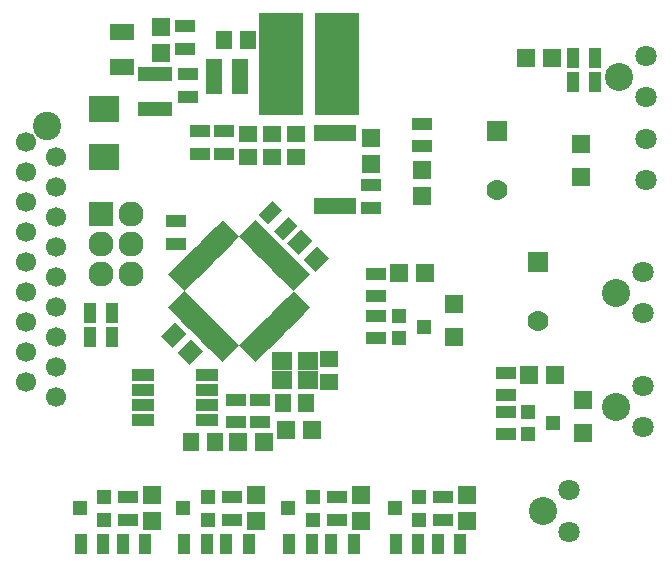
<source format=gbr>
G04 #@! TF.FileFunction,Soldermask,Top*
%FSLAX46Y46*%
G04 Gerber Fmt 4.6, Leading zero omitted, Abs format (unit mm)*
G04 Created by KiCad (PCBNEW 4.0.7-e2-6376~58~ubuntu14.04.1) date Tue Feb 20 00:05:23 2018*
%MOMM*%
%LPD*%
G01*
G04 APERTURE LIST*
%ADD10C,0.100000*%
%ADD11R,1.771600X1.771600*%
%ADD12C,1.771600*%
%ADD13R,1.400000X1.650000*%
%ADD14R,2.000000X1.400000*%
%ADD15R,1.650000X1.400000*%
%ADD16R,1.600000X1.600000*%
%ADD17R,2.559000X2.178000*%
%ADD18R,2.900000X1.300000*%
%ADD19C,1.797000*%
%ADD20C,2.381000*%
%ADD21R,2.127200X2.127200*%
%ADD22O,2.127200X2.127200*%
%ADD23R,3.700000X8.600000*%
%ADD24R,1.100000X1.700000*%
%ADD25R,1.700000X1.100000*%
%ADD26R,3.600000X1.400000*%
%ADD27R,1.950000X1.000000*%
%ADD28R,1.460000X1.050000*%
%ADD29R,1.800000X1.600000*%
%ADD30R,1.300000X1.200000*%
%ADD31C,1.700000*%
%ADD32C,2.400000*%
G04 APERTURE END LIST*
D10*
G36*
X79987666Y-80681288D02*
X79315914Y-80009536D01*
X80730128Y-78595322D01*
X81401880Y-79267074D01*
X79987666Y-80681288D01*
X79987666Y-80681288D01*
G37*
G36*
X80553352Y-81246973D02*
X79881600Y-80575221D01*
X81295814Y-79161007D01*
X81967566Y-79832759D01*
X80553352Y-81246973D01*
X80553352Y-81246973D01*
G37*
G36*
X81119037Y-81812659D02*
X80447285Y-81140907D01*
X81861499Y-79726693D01*
X82533251Y-80398445D01*
X81119037Y-81812659D01*
X81119037Y-81812659D01*
G37*
G36*
X81684722Y-82378344D02*
X81012970Y-81706592D01*
X82427184Y-80292378D01*
X83098936Y-80964130D01*
X81684722Y-82378344D01*
X81684722Y-82378344D01*
G37*
G36*
X82250408Y-82944030D02*
X81578656Y-82272278D01*
X82992870Y-80858064D01*
X83664622Y-81529816D01*
X82250408Y-82944030D01*
X82250408Y-82944030D01*
G37*
G36*
X82816093Y-83509715D02*
X82144341Y-82837963D01*
X83558555Y-81423749D01*
X84230307Y-82095501D01*
X82816093Y-83509715D01*
X82816093Y-83509715D01*
G37*
G36*
X83381779Y-84075400D02*
X82710027Y-83403648D01*
X84124241Y-81989434D01*
X84795993Y-82661186D01*
X83381779Y-84075400D01*
X83381779Y-84075400D01*
G37*
G36*
X83947464Y-84641086D02*
X83275712Y-83969334D01*
X84689926Y-82555120D01*
X85361678Y-83226872D01*
X83947464Y-84641086D01*
X83947464Y-84641086D01*
G37*
G36*
X87412288Y-83969334D02*
X86740536Y-84641086D01*
X85326322Y-83226872D01*
X85998074Y-82555120D01*
X87412288Y-83969334D01*
X87412288Y-83969334D01*
G37*
G36*
X87977973Y-83403648D02*
X87306221Y-84075400D01*
X85892007Y-82661186D01*
X86563759Y-81989434D01*
X87977973Y-83403648D01*
X87977973Y-83403648D01*
G37*
G36*
X88543659Y-82837963D02*
X87871907Y-83509715D01*
X86457693Y-82095501D01*
X87129445Y-81423749D01*
X88543659Y-82837963D01*
X88543659Y-82837963D01*
G37*
G36*
X89109344Y-82272278D02*
X88437592Y-82944030D01*
X87023378Y-81529816D01*
X87695130Y-80858064D01*
X89109344Y-82272278D01*
X89109344Y-82272278D01*
G37*
G36*
X89675030Y-81706592D02*
X89003278Y-82378344D01*
X87589064Y-80964130D01*
X88260816Y-80292378D01*
X89675030Y-81706592D01*
X89675030Y-81706592D01*
G37*
G36*
X90240715Y-81140907D02*
X89568963Y-81812659D01*
X88154749Y-80398445D01*
X88826501Y-79726693D01*
X90240715Y-81140907D01*
X90240715Y-81140907D01*
G37*
G36*
X90806400Y-80575221D02*
X90134648Y-81246973D01*
X88720434Y-79832759D01*
X89392186Y-79161007D01*
X90806400Y-80575221D01*
X90806400Y-80575221D01*
G37*
G36*
X91372086Y-80009536D02*
X90700334Y-80681288D01*
X89286120Y-79267074D01*
X89957872Y-78595322D01*
X91372086Y-80009536D01*
X91372086Y-80009536D01*
G37*
G36*
X89957872Y-78630678D02*
X89286120Y-77958926D01*
X90700334Y-76544712D01*
X91372086Y-77216464D01*
X89957872Y-78630678D01*
X89957872Y-78630678D01*
G37*
G36*
X89392186Y-78064993D02*
X88720434Y-77393241D01*
X90134648Y-75979027D01*
X90806400Y-76650779D01*
X89392186Y-78064993D01*
X89392186Y-78064993D01*
G37*
G36*
X88826501Y-77499307D02*
X88154749Y-76827555D01*
X89568963Y-75413341D01*
X90240715Y-76085093D01*
X88826501Y-77499307D01*
X88826501Y-77499307D01*
G37*
G36*
X88260816Y-76933622D02*
X87589064Y-76261870D01*
X89003278Y-74847656D01*
X89675030Y-75519408D01*
X88260816Y-76933622D01*
X88260816Y-76933622D01*
G37*
G36*
X87695130Y-76367936D02*
X87023378Y-75696184D01*
X88437592Y-74281970D01*
X89109344Y-74953722D01*
X87695130Y-76367936D01*
X87695130Y-76367936D01*
G37*
G36*
X87129445Y-75802251D02*
X86457693Y-75130499D01*
X87871907Y-73716285D01*
X88543659Y-74388037D01*
X87129445Y-75802251D01*
X87129445Y-75802251D01*
G37*
G36*
X86563759Y-75236566D02*
X85892007Y-74564814D01*
X87306221Y-73150600D01*
X87977973Y-73822352D01*
X86563759Y-75236566D01*
X86563759Y-75236566D01*
G37*
G36*
X85998074Y-74670880D02*
X85326322Y-73999128D01*
X86740536Y-72584914D01*
X87412288Y-73256666D01*
X85998074Y-74670880D01*
X85998074Y-74670880D01*
G37*
G36*
X85361678Y-73999128D02*
X84689926Y-74670880D01*
X83275712Y-73256666D01*
X83947464Y-72584914D01*
X85361678Y-73999128D01*
X85361678Y-73999128D01*
G37*
G36*
X84795993Y-74564814D02*
X84124241Y-75236566D01*
X82710027Y-73822352D01*
X83381779Y-73150600D01*
X84795993Y-74564814D01*
X84795993Y-74564814D01*
G37*
G36*
X84230307Y-75130499D02*
X83558555Y-75802251D01*
X82144341Y-74388037D01*
X82816093Y-73716285D01*
X84230307Y-75130499D01*
X84230307Y-75130499D01*
G37*
G36*
X83664622Y-75696184D02*
X82992870Y-76367936D01*
X81578656Y-74953722D01*
X82250408Y-74281970D01*
X83664622Y-75696184D01*
X83664622Y-75696184D01*
G37*
G36*
X83098936Y-76261870D02*
X82427184Y-76933622D01*
X81012970Y-75519408D01*
X81684722Y-74847656D01*
X83098936Y-76261870D01*
X83098936Y-76261870D01*
G37*
G36*
X82533251Y-76827555D02*
X81861499Y-77499307D01*
X80447285Y-76085093D01*
X81119037Y-75413341D01*
X82533251Y-76827555D01*
X82533251Y-76827555D01*
G37*
G36*
X81967566Y-77393241D02*
X81295814Y-78064993D01*
X79881600Y-76650779D01*
X80553352Y-75979027D01*
X81967566Y-77393241D01*
X81967566Y-77393241D01*
G37*
G36*
X81401880Y-77958926D02*
X80730128Y-78630678D01*
X79315914Y-77216464D01*
X79987666Y-76544712D01*
X81401880Y-77958926D01*
X81401880Y-77958926D01*
G37*
D11*
X107188000Y-65100200D03*
D12*
X107188000Y-70104000D03*
D11*
X110617000Y-76149200D03*
D12*
X110617000Y-81153000D03*
D13*
X83296000Y-91440000D03*
X81296000Y-91440000D03*
D10*
G36*
X78732555Y-82439281D02*
X79899281Y-81272555D01*
X80889231Y-82262505D01*
X79722505Y-83429231D01*
X78732555Y-82439281D01*
X78732555Y-82439281D01*
G37*
G36*
X80146769Y-83853495D02*
X81313495Y-82686769D01*
X82303445Y-83676719D01*
X81136719Y-84843445D01*
X80146769Y-83853495D01*
X80146769Y-83853495D01*
G37*
G36*
X89400555Y-74565281D02*
X90567281Y-73398555D01*
X91557231Y-74388505D01*
X90390505Y-75555231D01*
X89400555Y-74565281D01*
X89400555Y-74565281D01*
G37*
G36*
X90814769Y-75979495D02*
X91981495Y-74812769D01*
X92971445Y-75802719D01*
X91804719Y-76969445D01*
X90814769Y-75979495D01*
X90814769Y-75979495D01*
G37*
D14*
X75438000Y-59666000D03*
X75438000Y-56666000D03*
D13*
X86090000Y-57404000D03*
X84090000Y-57404000D03*
D15*
X92964000Y-84344000D03*
X92964000Y-86344000D03*
D13*
X89043000Y-88138000D03*
X91043000Y-88138000D03*
D15*
X90170000Y-65294000D03*
X90170000Y-67294000D03*
D16*
X114300000Y-66164000D03*
X114300000Y-68964000D03*
X111844000Y-58928000D03*
X109644000Y-58928000D03*
X100838000Y-68369000D03*
X100838000Y-70569000D03*
X109898000Y-85725000D03*
X112098000Y-85725000D03*
X104648000Y-98128000D03*
X104648000Y-95928000D03*
X95631000Y-98128000D03*
X95631000Y-95928000D03*
X114427000Y-87881000D03*
X114427000Y-90681000D03*
X85260000Y-91440000D03*
X87460000Y-91440000D03*
X89324000Y-90424000D03*
X91524000Y-90424000D03*
X98849000Y-77089000D03*
X101049000Y-77089000D03*
X77978000Y-98128000D03*
X77978000Y-95928000D03*
X86741000Y-98128000D03*
X86741000Y-95928000D03*
X103505000Y-79753000D03*
X103505000Y-82553000D03*
D17*
X73914000Y-67310000D03*
X73914000Y-63246000D03*
D16*
X78740000Y-56304000D03*
X78740000Y-58504000D03*
X96520000Y-67902000D03*
X96520000Y-65702000D03*
D18*
X78232000Y-63172000D03*
X78232000Y-60272000D03*
D19*
X119761000Y-62230000D03*
X119761000Y-58730000D03*
D20*
X117531000Y-60480000D03*
D19*
X119761000Y-65730000D03*
X119761000Y-69230000D03*
X113284000Y-99004000D03*
X113284000Y-95504000D03*
D20*
X111054000Y-97254000D03*
D19*
X119507000Y-90170000D03*
X119507000Y-86670000D03*
D20*
X117277000Y-88420000D03*
D19*
X119507000Y-80518000D03*
X119507000Y-77018000D03*
D20*
X117277000Y-78768000D03*
D21*
X73660000Y-72136000D03*
D22*
X76200000Y-72136000D03*
X73660000Y-74676000D03*
X76200000Y-74676000D03*
X73660000Y-77216000D03*
X76200000Y-77216000D03*
D23*
X88900000Y-59436000D03*
X93600000Y-59436000D03*
D24*
X115504000Y-58928000D03*
X113604000Y-58928000D03*
X115504000Y-60960000D03*
X113604000Y-60960000D03*
D25*
X100838000Y-64455000D03*
X100838000Y-66355000D03*
X107950000Y-87437000D03*
X107950000Y-85537000D03*
X107950000Y-88839000D03*
X107950000Y-90739000D03*
D24*
X104074000Y-100076000D03*
X102174000Y-100076000D03*
X95057000Y-100076000D03*
X93157000Y-100076000D03*
D25*
X102616000Y-97978000D03*
X102616000Y-96078000D03*
X93599000Y-97978000D03*
X93599000Y-96078000D03*
X85090000Y-87823000D03*
X85090000Y-89723000D03*
D24*
X100518000Y-100076000D03*
X98618000Y-100076000D03*
X91501000Y-100076000D03*
X89601000Y-100076000D03*
D25*
X87122000Y-87823000D03*
X87122000Y-89723000D03*
X96901000Y-79055000D03*
X96901000Y-77155000D03*
X96901000Y-80711000D03*
X96901000Y-82611000D03*
D24*
X77404000Y-100076000D03*
X75504000Y-100076000D03*
X86167000Y-100076000D03*
X84267000Y-100076000D03*
D25*
X75946000Y-97978000D03*
X75946000Y-96078000D03*
X84709000Y-97978000D03*
X84709000Y-96078000D03*
D24*
X73848000Y-100076000D03*
X71948000Y-100076000D03*
X82611000Y-100076000D03*
X80711000Y-100076000D03*
D10*
G36*
X86984300Y-72184381D02*
X88186381Y-70982300D01*
X88964198Y-71760117D01*
X87762117Y-72962198D01*
X86984300Y-72184381D01*
X86984300Y-72184381D01*
G37*
G36*
X88327802Y-73527883D02*
X89529883Y-72325802D01*
X90307700Y-73103619D01*
X89105619Y-74305700D01*
X88327802Y-73527883D01*
X88327802Y-73527883D01*
G37*
D25*
X80772000Y-58100000D03*
X80772000Y-56200000D03*
X81026000Y-60264000D03*
X81026000Y-62164000D03*
X82042000Y-65090000D03*
X82042000Y-66990000D03*
X84074000Y-66990000D03*
X84074000Y-65090000D03*
D24*
X74610000Y-80518000D03*
X72710000Y-80518000D03*
X72710000Y-82550000D03*
X74610000Y-82550000D03*
D26*
X93472000Y-71426000D03*
X93472000Y-65226000D03*
D25*
X80010000Y-72710000D03*
X80010000Y-74610000D03*
X96520000Y-71562000D03*
X96520000Y-69662000D03*
D27*
X82608400Y-89535000D03*
X82608400Y-88265000D03*
X82608400Y-86995000D03*
X82608400Y-85725000D03*
X77208400Y-85725000D03*
X77208400Y-86995000D03*
X77208400Y-88265000D03*
X77208400Y-89535000D03*
D28*
X83228000Y-59502000D03*
X83228000Y-60452000D03*
X83228000Y-61402000D03*
X85428000Y-61402000D03*
X85428000Y-59502000D03*
X85428000Y-60452000D03*
D29*
X91143000Y-84544000D03*
X88943000Y-84544000D03*
X88943000Y-86144000D03*
X91143000Y-86144000D03*
D30*
X109821000Y-88839000D03*
X109821000Y-90739000D03*
X111921000Y-89789000D03*
X100618000Y-97978000D03*
X100618000Y-96078000D03*
X98518000Y-97028000D03*
X91601000Y-97978000D03*
X91601000Y-96078000D03*
X89501000Y-97028000D03*
X98899000Y-80711000D03*
X98899000Y-82611000D03*
X100999000Y-81661000D03*
X73948000Y-97978000D03*
X73948000Y-96078000D03*
X71848000Y-97028000D03*
X82711000Y-97978000D03*
X82711000Y-96078000D03*
X80611000Y-97028000D03*
D15*
X88138000Y-65294000D03*
X88138000Y-67294000D03*
X86106000Y-65294000D03*
X86106000Y-67294000D03*
D31*
X67310000Y-71120000D03*
X67310000Y-68580000D03*
X67310000Y-66040000D03*
X67310000Y-73660000D03*
X69850000Y-67310000D03*
X69850000Y-69850000D03*
X69850000Y-72390000D03*
X69850000Y-74930000D03*
X67310000Y-76200000D03*
X69850000Y-77470000D03*
X67310000Y-78740000D03*
X69850000Y-80010000D03*
X67310000Y-81280000D03*
X69850000Y-82550000D03*
X67310000Y-83820000D03*
X69850000Y-85090000D03*
X67310000Y-86360000D03*
X69850000Y-87630000D03*
D32*
X69110000Y-64640000D03*
M02*

</source>
